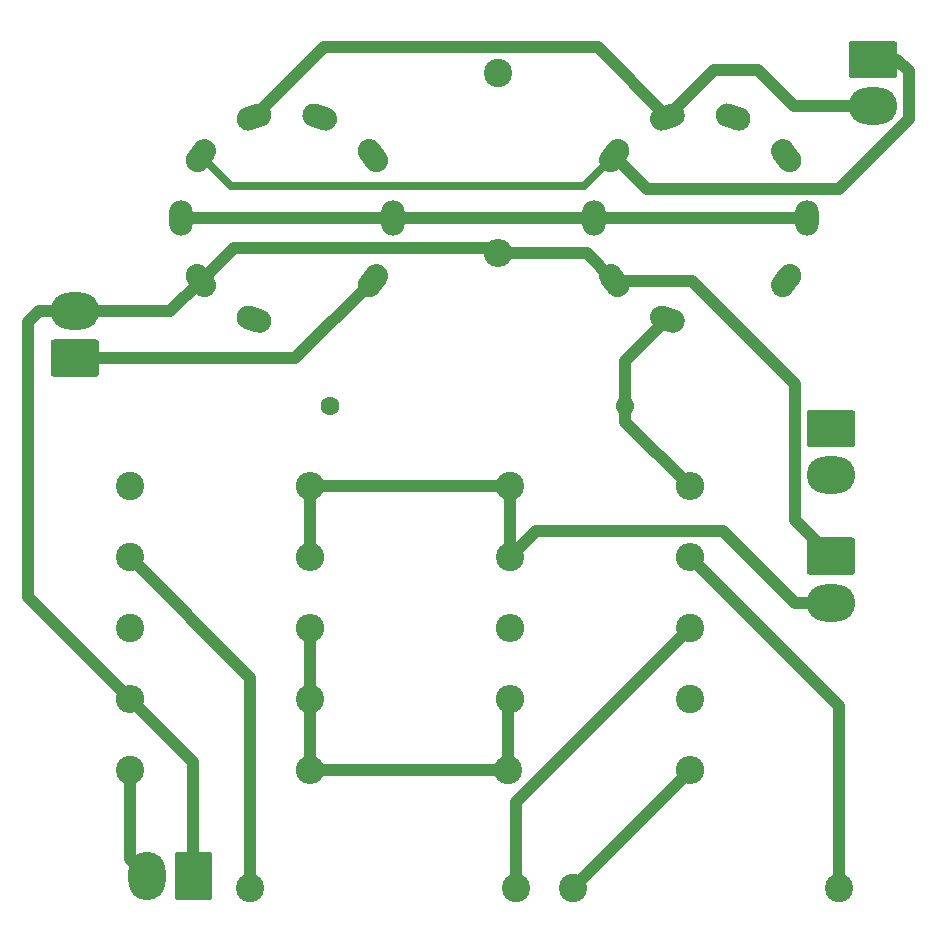
<source format=gbr>
%TF.GenerationSoftware,KiCad,Pcbnew,(5.1.6)-1*%
%TF.CreationDate,2020-10-25T19:30:32+00:00*%
%TF.ProjectId,QuadNew1 - Copy,51756164-4e65-4773-9120-2d20436f7079,rev?*%
%TF.SameCoordinates,Original*%
%TF.FileFunction,Copper,L2,Bot*%
%TF.FilePolarity,Positive*%
%FSLAX46Y46*%
G04 Gerber Fmt 4.6, Leading zero omitted, Abs format (unit mm)*
G04 Created by KiCad (PCBNEW (5.1.6)-1) date 2020-10-25 19:30:32*
%MOMM*%
%LPD*%
G01*
G04 APERTURE LIST*
%TA.AperFunction,ComponentPad*%
%ADD10O,4.100000X3.160000*%
%TD*%
%TA.AperFunction,ComponentPad*%
%ADD11C,2.400000*%
%TD*%
%TA.AperFunction,ComponentPad*%
%ADD12O,2.400000X2.400000*%
%TD*%
%TA.AperFunction,ComponentPad*%
%ADD13O,2.000000X3.000000*%
%TD*%
%TA.AperFunction,ComponentPad*%
%ADD14C,1.600000*%
%TD*%
%TA.AperFunction,ComponentPad*%
%ADD15O,1.600000X1.600000*%
%TD*%
%TA.AperFunction,ComponentPad*%
%ADD16O,3.160000X4.100000*%
%TD*%
%TA.AperFunction,Conductor*%
%ADD17C,1.000000*%
%TD*%
%TA.AperFunction,Conductor*%
%ADD18C,0.700000*%
%TD*%
G04 APERTURE END LIST*
D10*
%TO.P,J2,2*%
%TO.N,/+330v*%
X94361000Y-101877000D03*
%TO.P,J2,1*%
%TO.N,/0v*%
%TA.AperFunction,ComponentPad*%
G36*
G01*
X92561000Y-96337000D02*
X96161000Y-96337000D01*
G75*
G02*
X96411000Y-96587000I0J-250000D01*
G01*
X96411000Y-99247000D01*
G75*
G02*
X96161000Y-99497000I-250000J0D01*
G01*
X92561000Y-99497000D01*
G75*
G02*
X92311000Y-99247000I0J250000D01*
G01*
X92311000Y-96587000D01*
G75*
G02*
X92561000Y-96337000I250000J0D01*
G01*
G37*
%TD.AperFunction*%
%TD*%
D11*
%TO.P,C3,2*%
%TO.N,Net-(C3-Pad2)*%
X95017000Y-126000000D03*
%TO.P,C3,1*%
%TO.N,/V4*%
X72517000Y-126000000D03*
%TD*%
D12*
%TO.P,R10,2*%
%TO.N,/0v*%
X35000000Y-110000000D03*
D11*
%TO.P,R10,1*%
%TO.N,/Signal/FB*%
X50240000Y-110000000D03*
%TD*%
%TO.P,R9,1*%
%TO.N,/Signal/FB*%
X67000000Y-116000000D03*
D12*
%TO.P,R9,2*%
%TO.N,/V4*%
X82423000Y-116000000D03*
%TD*%
D11*
%TO.P,C2,1*%
%TO.N,Net-(C2-Pad1)*%
X45212000Y-126000000D03*
%TO.P,C2,2*%
%TO.N,/V3*%
X67712000Y-126000000D03*
%TD*%
%TO.P,V1,1*%
%TO.N,Net-(C1-Pad1)*%
%TA.AperFunction,ComponentPad*%
G36*
G01*
X45352044Y-76752826D02*
X46303100Y-77061842D01*
G75*
G02*
X46945140Y-78321916I-309017J-951057D01*
G01*
X46945140Y-78321916D01*
G75*
G02*
X45685066Y-78963956I-951057J309017D01*
G01*
X44734010Y-78654940D01*
G75*
G02*
X44091970Y-77394866I309017J951057D01*
G01*
X44091970Y-77394866D01*
G75*
G02*
X45352044Y-76752826I951057J-309017D01*
G01*
G37*
%TD.AperFunction*%
%TO.P,V1,2*%
%TO.N,/0v*%
%TA.AperFunction,ComponentPad*%
G36*
G01*
X41533147Y-73596829D02*
X42120933Y-74405846D01*
G75*
G02*
X41899701Y-75802648I-809017J-587785D01*
G01*
X41899701Y-75802648D01*
G75*
G02*
X40502899Y-75581416I-587785J809017D01*
G01*
X39915113Y-74772400D01*
G75*
G02*
X40136345Y-73375598I809017J587785D01*
G01*
X40136345Y-73375598D01*
G75*
G02*
X41533147Y-73596830I587785J-809017D01*
G01*
G37*
%TD.AperFunction*%
D13*
%TO.P,V1,3*%
%TO.N,/Signal/K*%
X39299889Y-69301248D03*
%TO.P,V1,4*%
%TO.N,/+6.3v*%
%TA.AperFunction,ComponentPad*%
G36*
G01*
X42122177Y-64194285D02*
X41534391Y-65003301D01*
G75*
G02*
X40137589Y-65224533I-809017J587785D01*
G01*
X40137589Y-65224533D01*
G75*
G02*
X39916357Y-63827731I587785J809017D01*
G01*
X40504143Y-63018715D01*
G75*
G02*
X41900945Y-62797483I809017J-587785D01*
G01*
X41900945Y-62797483D01*
G75*
G02*
X42122177Y-64194285I-587785J-809017D01*
G01*
G37*
%TD.AperFunction*%
%TO.P,V1,5*%
%TO.N,/-6.3v*%
%TA.AperFunction,ComponentPad*%
G36*
G01*
X46303392Y-61537039D02*
X45352336Y-61846056D01*
G75*
G02*
X44092262Y-61204016I-309017J951057D01*
G01*
X44092262Y-61204016D01*
G75*
G02*
X44734302Y-59943942I951057J309017D01*
G01*
X45685358Y-59634926D01*
G75*
G02*
X46945432Y-60276966I309017J-951057D01*
G01*
X46945432Y-60276966D01*
G75*
G02*
X46303392Y-61537040I-951057J-309017D01*
G01*
G37*
%TD.AperFunction*%
%TO.P,V1,6*%
%TO.N,Net-(C2-Pad1)*%
%TA.AperFunction,ComponentPad*%
G36*
G01*
X50914934Y-59636044D02*
X51865990Y-59945060D01*
G75*
G02*
X52508030Y-61205134I-309017J-951057D01*
G01*
X52508030Y-61205134D01*
G75*
G02*
X51247956Y-61847174I-951057J309017D01*
G01*
X50296900Y-61538158D01*
G75*
G02*
X49654860Y-60278084I309017J951057D01*
G01*
X49654860Y-60278084D01*
G75*
G02*
X50914934Y-59636044I951057J-309017D01*
G01*
G37*
%TD.AperFunction*%
%TO.P,V1,7*%
%TO.N,Net-(V1-Pad7)*%
%TA.AperFunction,ComponentPad*%
G36*
G01*
X56097101Y-63018583D02*
X56684887Y-63827600D01*
G75*
G02*
X56463655Y-65224402I-809017J-587785D01*
G01*
X56463655Y-65224402D01*
G75*
G02*
X55066853Y-65003170I-587785J809017D01*
G01*
X54479067Y-64194154D01*
G75*
G02*
X54700299Y-62797352I809017J587785D01*
G01*
X54700299Y-62797352D01*
G75*
G02*
X56097101Y-63018584I587785J-809017D01*
G01*
G37*
%TD.AperFunction*%
%TO.P,V1,8*%
%TO.N,/Signal/K*%
X57300111Y-69298752D03*
%TO.P,V1,9*%
%TO.N,Net-(J1-Pad1)*%
%TA.AperFunction,ComponentPad*%
G36*
G01*
X56683643Y-74772269D02*
X56095857Y-75581285D01*
G75*
G02*
X54699055Y-75802517I-809017J587785D01*
G01*
X54699055Y-75802517D01*
G75*
G02*
X54477823Y-74405715I587785J809017D01*
G01*
X55065609Y-73596699D01*
G75*
G02*
X56462411Y-73375467I809017J-587785D01*
G01*
X56462411Y-73375467D01*
G75*
G02*
X56683643Y-74772269I-587785J-809017D01*
G01*
G37*
%TD.AperFunction*%
%TD*%
D12*
%TO.P,R3,2*%
%TO.N,Net-(C1-Pad2)*%
X82423000Y-92000000D03*
D11*
%TO.P,R3,1*%
%TO.N,/+330v*%
X67183000Y-92000000D03*
%TD*%
D12*
%TO.P,R8,2*%
%TO.N,/Signal/FB*%
X67183000Y-110000000D03*
D11*
%TO.P,R8,1*%
%TO.N,/Signal/FA*%
X82423000Y-110000000D03*
%TD*%
%TO.P,R7,1*%
%TO.N,/V3*%
X82423000Y-104000000D03*
D12*
%TO.P,R7,2*%
%TO.N,/Signal/FA*%
X67183000Y-104000000D03*
%TD*%
%TO.P,V2,1*%
%TO.N,Net-(C1-Pad2)*%
%TA.AperFunction,ComponentPad*%
G36*
G01*
X80352044Y-76752826D02*
X81303100Y-77061842D01*
G75*
G02*
X81945140Y-78321916I-309017J-951057D01*
G01*
X81945140Y-78321916D01*
G75*
G02*
X80685066Y-78963956I-951057J309017D01*
G01*
X79734010Y-78654940D01*
G75*
G02*
X79091970Y-77394866I309017J951057D01*
G01*
X79091970Y-77394866D01*
G75*
G02*
X80352044Y-76752826I951057J-309017D01*
G01*
G37*
%TD.AperFunction*%
%TO.P,V2,2*%
%TO.N,/0v*%
%TA.AperFunction,ComponentPad*%
G36*
G01*
X76533147Y-73596829D02*
X77120933Y-74405846D01*
G75*
G02*
X76899701Y-75802648I-809017J-587785D01*
G01*
X76899701Y-75802648D01*
G75*
G02*
X75502899Y-75581416I-587785J809017D01*
G01*
X74915113Y-74772400D01*
G75*
G02*
X75136345Y-73375598I809017J587785D01*
G01*
X75136345Y-73375598D01*
G75*
G02*
X76533147Y-73596830I587785J-809017D01*
G01*
G37*
%TD.AperFunction*%
D13*
%TO.P,V2,3*%
%TO.N,/Signal/K*%
X74299889Y-69301248D03*
%TO.P,V2,4*%
%TO.N,/+6.3v*%
%TA.AperFunction,ComponentPad*%
G36*
G01*
X77122177Y-64194285D02*
X76534391Y-65003301D01*
G75*
G02*
X75137589Y-65224533I-809017J587785D01*
G01*
X75137589Y-65224533D01*
G75*
G02*
X74916357Y-63827731I587785J809017D01*
G01*
X75504143Y-63018715D01*
G75*
G02*
X76900945Y-62797483I809017J-587785D01*
G01*
X76900945Y-62797483D01*
G75*
G02*
X77122177Y-64194285I-587785J-809017D01*
G01*
G37*
%TD.AperFunction*%
%TO.P,V2,5*%
%TO.N,/-6.3v*%
%TA.AperFunction,ComponentPad*%
G36*
G01*
X81303392Y-61537039D02*
X80352336Y-61846056D01*
G75*
G02*
X79092262Y-61204016I-309017J951057D01*
G01*
X79092262Y-61204016D01*
G75*
G02*
X79734302Y-59943942I951057J309017D01*
G01*
X80685358Y-59634926D01*
G75*
G02*
X81945432Y-60276966I309017J-951057D01*
G01*
X81945432Y-60276966D01*
G75*
G02*
X81303392Y-61537040I-951057J-309017D01*
G01*
G37*
%TD.AperFunction*%
%TO.P,V2,6*%
%TO.N,Net-(C3-Pad2)*%
%TA.AperFunction,ComponentPad*%
G36*
G01*
X85914934Y-59636044D02*
X86865990Y-59945060D01*
G75*
G02*
X87508030Y-61205134I-309017J-951057D01*
G01*
X87508030Y-61205134D01*
G75*
G02*
X86247956Y-61847174I-951057J309017D01*
G01*
X85296900Y-61538158D01*
G75*
G02*
X84654860Y-60278084I309017J951057D01*
G01*
X84654860Y-60278084D01*
G75*
G02*
X85914934Y-59636044I951057J-309017D01*
G01*
G37*
%TD.AperFunction*%
%TO.P,V2,7*%
%TO.N,Net-(V2-Pad7)*%
%TA.AperFunction,ComponentPad*%
G36*
G01*
X91097101Y-63018583D02*
X91684887Y-63827600D01*
G75*
G02*
X91463655Y-65224402I-809017J-587785D01*
G01*
X91463655Y-65224402D01*
G75*
G02*
X90066853Y-65003170I-587785J809017D01*
G01*
X89479067Y-64194154D01*
G75*
G02*
X89700299Y-62797352I809017J587785D01*
G01*
X89700299Y-62797352D01*
G75*
G02*
X91097101Y-63018584I587785J-809017D01*
G01*
G37*
%TD.AperFunction*%
%TO.P,V2,8*%
%TO.N,/Signal/K*%
X92300111Y-69298752D03*
%TO.P,V2,9*%
%TO.N,/Signal/FA*%
%TA.AperFunction,ComponentPad*%
G36*
G01*
X91683643Y-74772269D02*
X91095857Y-75581285D01*
G75*
G02*
X89699055Y-75802517I-809017J587785D01*
G01*
X89699055Y-75802517D01*
G75*
G02*
X89477823Y-74405715I587785J809017D01*
G01*
X90065609Y-73596699D01*
G75*
G02*
X91462411Y-73375467I809017J-587785D01*
G01*
X91462411Y-73375467D01*
G75*
G02*
X91683643Y-74772269I-587785J-809017D01*
G01*
G37*
%TD.AperFunction*%
%TD*%
D12*
%TO.P,R6,2*%
%TO.N,Net-(C3-Pad2)*%
X82423000Y-98000000D03*
D11*
%TO.P,R6,1*%
%TO.N,/+330v*%
X67183000Y-98000000D03*
%TD*%
%TO.P,R5,1*%
%TO.N,Net-(C2-Pad1)*%
X35000000Y-98000000D03*
D12*
%TO.P,R5,2*%
%TO.N,/+330v*%
X50240000Y-98000000D03*
%TD*%
D11*
%TO.P,R2,1*%
%TO.N,Net-(C1-Pad1)*%
X35000000Y-92000000D03*
D12*
%TO.P,R2,2*%
%TO.N,/+330v*%
X50240000Y-92000000D03*
%TD*%
%TO.P,R1,2*%
%TO.N,/0v*%
X66167000Y-72263000D03*
D11*
%TO.P,R1,1*%
%TO.N,Net-(J1-Pad1)*%
X66167000Y-57023000D03*
%TD*%
%TO.P,R4,1*%
%TO.N,/Signal/K*%
X35000000Y-104000000D03*
D12*
%TO.P,R4,2*%
%TO.N,/Signal/FB*%
X50240000Y-104000000D03*
%TD*%
D11*
%TO.P,R11,1*%
%TO.N,/OPT/Q*%
X35000000Y-116000000D03*
D12*
%TO.P,R11,2*%
%TO.N,/Signal/FB*%
X50240000Y-116000000D03*
%TD*%
D14*
%TO.P,C1,1*%
%TO.N,Net-(C1-Pad1)*%
X51943000Y-85217000D03*
D15*
%TO.P,C1,2*%
%TO.N,Net-(C1-Pad2)*%
X76943000Y-85217000D03*
%TD*%
D10*
%TO.P,J3,2*%
%TO.N,/V4*%
X94361000Y-91082000D03*
%TO.P,J3,1*%
%TO.N,/V3*%
%TA.AperFunction,ComponentPad*%
G36*
G01*
X92561000Y-85542000D02*
X96161000Y-85542000D01*
G75*
G02*
X96411000Y-85792000I0J-250000D01*
G01*
X96411000Y-88452000D01*
G75*
G02*
X96161000Y-88702000I-250000J0D01*
G01*
X92561000Y-88702000D01*
G75*
G02*
X92311000Y-88452000I0J250000D01*
G01*
X92311000Y-85792000D01*
G75*
G02*
X92561000Y-85542000I250000J0D01*
G01*
G37*
%TD.AperFunction*%
%TD*%
D16*
%TO.P,J0,2*%
%TO.N,/OPT/Q*%
X36426000Y-125000000D03*
%TO.P,J0,1*%
%TO.N,/0v*%
%TA.AperFunction,ComponentPad*%
G36*
G01*
X41966000Y-123200000D02*
X41966000Y-126800000D01*
G75*
G02*
X41716000Y-127050000I-250000J0D01*
G01*
X39056000Y-127050000D01*
G75*
G02*
X38806000Y-126800000I0J250000D01*
G01*
X38806000Y-123200000D01*
G75*
G02*
X39056000Y-122950000I250000J0D01*
G01*
X41716000Y-122950000D01*
G75*
G02*
X41966000Y-123200000I0J-250000D01*
G01*
G37*
%TD.AperFunction*%
%TD*%
D10*
%TO.P,J4,2*%
%TO.N,/-6.3v*%
X97917000Y-59840000D03*
%TO.P,J4,1*%
%TO.N,/+6.3v*%
%TA.AperFunction,ComponentPad*%
G36*
G01*
X96117000Y-54300000D02*
X99717000Y-54300000D01*
G75*
G02*
X99967000Y-54550000I0J-250000D01*
G01*
X99967000Y-57210000D01*
G75*
G02*
X99717000Y-57460000I-250000J0D01*
G01*
X96117000Y-57460000D01*
G75*
G02*
X95867000Y-57210000I0J250000D01*
G01*
X95867000Y-54550000D01*
G75*
G02*
X96117000Y-54300000I250000J0D01*
G01*
G37*
%TD.AperFunction*%
%TD*%
%TO.P,J1,2*%
%TO.N,/0v*%
X30353000Y-77193000D03*
%TO.P,J1,1*%
%TO.N,Net-(J1-Pad1)*%
%TA.AperFunction,ComponentPad*%
G36*
G01*
X32153000Y-82733000D02*
X28553000Y-82733000D01*
G75*
G02*
X28303000Y-82483000I0J250000D01*
G01*
X28303000Y-79823000D01*
G75*
G02*
X28553000Y-79573000I250000J0D01*
G01*
X32153000Y-79573000D01*
G75*
G02*
X32403000Y-79823000I0J-250000D01*
G01*
X32403000Y-82483000D01*
G75*
G02*
X32153000Y-82733000I-250000J0D01*
G01*
G37*
%TD.AperFunction*%
%TD*%
D17*
%TO.N,Net-(C1-Pad2)*%
X76943000Y-81433946D02*
X80518555Y-77858391D01*
X76943000Y-85217000D02*
X76943000Y-81433946D01*
X76943000Y-86520000D02*
X82423000Y-92000000D01*
X76943000Y-85217000D02*
X76943000Y-86520000D01*
%TO.N,Net-(C2-Pad1)*%
X45212000Y-108212000D02*
X45212000Y-126000000D01*
X35000000Y-98000000D02*
X45212000Y-108212000D01*
%TO.N,/V3*%
X67712000Y-118711000D02*
X82423000Y-104000000D01*
X67712000Y-126000000D02*
X67712000Y-118711000D01*
%TO.N,Net-(C3-Pad2)*%
X95017000Y-110594000D02*
X95017000Y-126000000D01*
X82423000Y-98000000D02*
X95017000Y-110594000D01*
%TO.N,/V4*%
X82423000Y-116094000D02*
X82423000Y-116000000D01*
X72517000Y-126000000D02*
X82423000Y-116094000D01*
%TO.N,/0v*%
X40386000Y-115386000D02*
X40386000Y-125000000D01*
X35000000Y-110000000D02*
X40386000Y-115386000D01*
X27303000Y-77193000D02*
X30353000Y-77193000D01*
X26416000Y-78080000D02*
X27303000Y-77193000D01*
X35000000Y-110000000D02*
X26416000Y-101416000D01*
X26416000Y-101416000D02*
X26416000Y-78080000D01*
X38414146Y-77193000D02*
X41018023Y-74589123D01*
X30353000Y-77193000D02*
X38414146Y-77193000D01*
X65702762Y-71798762D02*
X66167000Y-72263000D01*
X43808384Y-71798762D02*
X65702762Y-71798762D01*
X41018023Y-74589123D02*
X43808384Y-71798762D01*
X73691900Y-72263000D02*
X76018023Y-74589123D01*
X66167000Y-72263000D02*
X73691900Y-72263000D01*
X91310990Y-94866990D02*
X94361000Y-97917000D01*
X91310990Y-83309990D02*
X91310990Y-94866990D01*
X76018023Y-74589123D02*
X82590123Y-74589123D01*
X82590123Y-74589123D02*
X91310990Y-83309990D01*
%TO.N,/+330v*%
X50240000Y-92000000D02*
X50240000Y-98000000D01*
X50240000Y-92000000D02*
X67183000Y-92000000D01*
X67183000Y-92000000D02*
X67183000Y-98000000D01*
X91311000Y-101877000D02*
X94361000Y-101877000D01*
X85233999Y-95799999D02*
X91311000Y-101877000D01*
X69383001Y-95799999D02*
X85233999Y-95799999D01*
X67183000Y-98000000D02*
X69383001Y-95799999D01*
%TO.N,/OPT/Q*%
X35000000Y-123574000D02*
X36426000Y-125000000D01*
X35000000Y-116000000D02*
X35000000Y-123574000D01*
%TO.N,Net-(J1-Pad1)*%
X49016725Y-81153000D02*
X55580733Y-74588992D01*
X30353000Y-81153000D02*
X49016725Y-81153000D01*
%TO.N,/-6.3v*%
X74601355Y-54822999D02*
X80518847Y-60740491D01*
X51436339Y-54822999D02*
X74601355Y-54822999D01*
X45518847Y-60740491D02*
X51436339Y-54822999D01*
X91226225Y-59840000D02*
X97917000Y-59840000D01*
X80518847Y-60740491D02*
X84490338Y-56769000D01*
X88155225Y-56769000D02*
X91226225Y-59840000D01*
X84490338Y-56769000D02*
X88155225Y-56769000D01*
%TO.N,/+6.3v*%
X99967000Y-55880000D02*
X97917000Y-55880000D01*
X100967010Y-56880010D02*
X99967000Y-55880000D01*
X100967010Y-60908675D02*
X100967010Y-56880010D01*
X95076943Y-66798742D02*
X100967010Y-60908675D01*
X78807001Y-66798742D02*
X95076943Y-66798742D01*
X76019267Y-64011008D02*
X78807001Y-66798742D01*
D18*
X43556259Y-66548000D02*
X41019267Y-64011008D01*
X76019267Y-64011008D02*
X73482275Y-66548000D01*
X73482275Y-66548000D02*
X43556259Y-66548000D01*
D17*
%TO.N,/Signal/K*%
X57297615Y-69301248D02*
X57300111Y-69298752D01*
X39299889Y-69301248D02*
X57297615Y-69301248D01*
X74297393Y-69298752D02*
X74299889Y-69301248D01*
X57300111Y-69298752D02*
X74297393Y-69298752D01*
X92297615Y-69301248D02*
X92300111Y-69298752D01*
X74299889Y-69301248D02*
X92297615Y-69301248D01*
%TO.N,/Signal/FB*%
X50240000Y-104000000D02*
X50240000Y-110000000D01*
X50240000Y-110000000D02*
X50240000Y-116000000D01*
X50240000Y-116000000D02*
X67000000Y-116000000D01*
X67000000Y-110183000D02*
X67183000Y-110000000D01*
X67000000Y-116000000D02*
X67000000Y-110183000D01*
%TD*%
M02*

</source>
